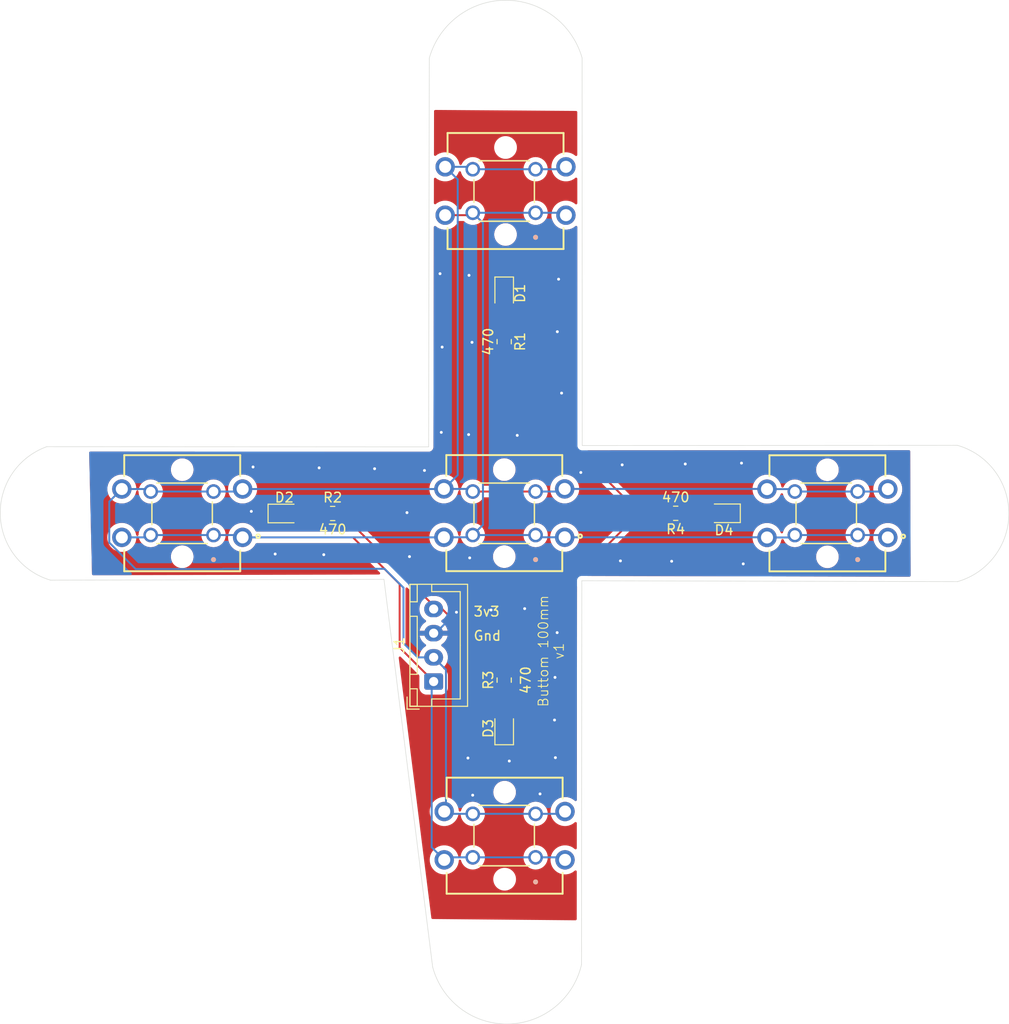
<source format=kicad_pcb>
(kicad_pcb (version 20240108) (generator "pcbnew") (generator_version "8.0")
  (layers (0 "F.Cu" signal) (31 "B.Cu" signal) (34 "B.Paste" user) (35 "F.Paste" user) (36 "B.SilkS" user "B.Silkscreen") (37 "F.SilkS" user "F.Silkscreen") (38 "B.Mask" user) (39 "F.Mask" user) (44 "Edge.Cuts" user))
  (net 0 "")
  (net 1 "Net-(D1-A)")
  (net 2 "GND")
  (net 3 "Net-(D2-A)")
  (net 4 "Net-(D3-A)")
  (net 5 "Net-(D4-A)")
  (net 6 "BTN_1")
  (net 7 "+3.3V")
  (net 8 "BTN_2")
  (footprint "Footprints:SW_B3F-1050_OMR" (layer "F.Cu") (at 116.67 100 180)
    (property "Reference" "SW3" (hide yes))
    (property "Value" "B3F-1050" (hide yes))
    (fp_circle (center 0 -2.54) (end 0.127 -2.54) (stroke (width 0.254)) (fill none) (layer "B.SilkS"))
    (fp_line (start 6.377003 3.420245) (end 6.377003 1.079756) (stroke (width 0.1524)) (layer "F.SilkS"))
    (fp_line (start 5.85823 -0.877001) (end 0.641772 -0.877001) (stroke (width 0.1524)) (layer "F.SilkS"))
    (fp_line (start 0.641772 5.377002) (end 5.85823 5.377002) (stroke (width 0.1524)) (layer "F.SilkS"))
    (fp_line (start 0.122999 1.079756) (end 0.122999 3.420245) (stroke (width 0.1524)) (layer "F.SilkS"))
    (fp_circle (center 0 -2.54) (end 0.127 -2.54) (stroke (width 0.254)) (fill none) (layer "F.SilkS"))
    (pad "1" thru_hole circle (at 0 0 180) (size 1.507998 1.507998) (drill 0.999998) (layers "*.Cu" "*.Mask") (net 6 "BTN_1"))
    (pad "2" thru_hole circle (at 6.500002 0 180) (size 1.507998 1.507998) (drill 0.999998) (layers "*.Cu" "*.Mask") (net 6 "BTN_1"))
    (pad "3" thru_hole circle (at 0 4.500001 180) (size 1.507998 1.507998) (drill 0.999998) (layers "*.Cu" "*.Mask") (net 8 "BTN_2"))
    (pad "4" thru_hole circle (at 6.500002 4.500001 180) (size 1.507998 1.507998) (drill 0.999998) (layers "*.Cu" "*.Mask") (net 8 "BTN_2"))
  )
  (footprint "Resistor_SMD:R_0805_2012Metric" (layer "F.Cu") (at 129 97.77)
    (property "Reference" "R2" (at 0 -1.65 0) (layer "F.SilkS"))
    (property "Value" "470" (at 0 1.65 0) (layer "F.SilkS"))
    (fp_line (start -0.227064 -0.735) (end 0.227064 -0.735) (stroke (width 0.12)) (layer "F.SilkS"))
    (fp_line (start -0.227064 0.735) (end 0.227064 0.735) (stroke (width 0.12)) (layer "F.SilkS"))
    (pad "1" smd roundrect (at -0.9125 0) (size 1.025 1.4) (layers "F.Cu" "F.Paste" "F.Mask") (roundrect_rratio 0.243902) (net 3 "Net-(D2-A)"))
    (pad "2" smd roundrect (at 0.9125 0) (size 1.025 1.4) (layers "F.Cu" "F.Paste" "F.Mask") (roundrect_rratio 0.243902) (net 7 "+3.3V"))
  )
  (footprint "LED_SMD:LED_0805_2012Metric" (layer "F.Cu") (at 169.5 97.75 180)
    (property "Reference" "D4" (at 0 -1.75 0) (layer "F.SilkS"))
    (property "Value" "LED_Small" (hide yes))
    (fp_line (start 1 -0.96) (end -1.685 -0.96) (stroke (width 0.12)) (layer "F.SilkS"))
    (fp_line (start -1.685 0.96) (end 1 0.96) (stroke (width 0.12)) (layer "F.SilkS"))
    (fp_line (start -1.685 -0.96) (end -1.685 0.96) (stroke (width 0.12)) (layer "F.SilkS"))
    (pad "1" smd roundrect (at -0.9375 0 180) (size 0.975 1.4) (layers "F.Cu" "F.Paste" "F.Mask") (net 2 "GND"))
    (pad "2" smd roundrect (at 0.9375 0 180) (size 0.975 1.4) (layers "F.Cu" "F.Paste" "F.Mask") (net 5 "Net-(D4-A)"))
  )
  (footprint "Footprints:SW_B3F-1050_OMR" (layer "F.Cu") (at 150 133.33 180)
    (property "Reference" "SW4" (hide yes))
    (property "Value" "B3F-1050" (hide yes))
    (fp_circle (center 0 -2.54) (end 0.127 -2.54) (stroke (width 0.254)) (fill none) (layer "B.SilkS"))
    (fp_line (start 6.377003 3.420245) (end 6.377003 1.079756) (stroke (width 0.1524)) (layer "F.SilkS"))
    (fp_line (start 5.85823 -0.877001) (end 0.641772 -0.877001) (stroke (width 0.1524)) (layer "F.SilkS"))
    (fp_line (start 0.641772 5.377002) (end 5.85823 5.377002) (stroke (width 0.1524)) (layer "F.SilkS"))
    (fp_line (start 0.122999 1.079756) (end 0.122999 3.420245) (stroke (width 0.1524)) (layer "F.SilkS"))
    (fp_circle (center 0 -2.54) (end 0.127 -2.54) (stroke (width 0.254)) (fill none) (layer "F.SilkS"))
    (pad "1" thru_hole circle (at 0 0 180) (size 1.507998 1.507998) (drill 0.999998) (layers "*.Cu" "*.Mask") (net 6 "BTN_1"))
    (pad "2" thru_hole circle (at 6.500002 0 180) (size 1.507998 1.507998) (drill 0.999998) (layers "*.Cu" "*.Mask") (net 6 "BTN_1"))
    (pad "3" thru_hole circle (at 0 4.500001 180) (size 1.507998 1.507998) (drill 0.999998) (layers "*.Cu" "*.Mask") (net 8 "BTN_2"))
    (pad "4" thru_hole circle (at 6.500002 4.500001 180) (size 1.507998 1.507998) (drill 0.999998) (layers "*.Cu" "*.Mask") (net 8 "BTN_2"))
  )
  (footprint "Footprints:SW_B3F-1050_OMR" (layer "F.Cu") (at 150 100 180)
    (property "Reference" "SW1" (hide yes))
    (property "Value" "B3F-1050" (hide yes))
    (fp_circle (center 0 -2.54) (end 0.127 -2.54) (stroke (width 0.254)) (fill none) (layer "B.SilkS"))
    (fp_line (start 6.377003 3.420245) (end 6.377003 1.079756) (stroke (width 0.1524)) (layer "F.SilkS"))
    (fp_line (start 5.85823 -0.877001) (end 0.641772 -0.877001) (stroke (width 0.1524)) (layer "F.SilkS"))
    (fp_line (start 0.641772 5.377002) (end 5.85823 5.377002) (stroke (width 0.1524)) (layer "F.SilkS"))
    (fp_line (start 0.122999 1.079756) (end 0.122999 3.420245) (stroke (width 0.1524)) (layer "F.SilkS"))
    (fp_circle (center 0 -2.54) (end 0.127 -2.54) (stroke (width 0.254)) (fill none) (layer "F.SilkS"))
    (pad "1" thru_hole circle (at 0 0 180) (size 1.507998 1.507998) (drill 0.999998) (layers "*.Cu" "*.Mask") (net 6 "BTN_1"))
    (pad "2" thru_hole circle (at 6.500002 0 180) (size 1.507998 1.507998) (drill 0.999998) (layers "*.Cu" "*.Mask") (net 6 "BTN_1"))
    (pad "3" thru_hole circle (at 0 4.500001 180) (size 1.507998 1.507998) (drill 0.999998) (layers "*.Cu" "*.Mask") (net 8 "BTN_2"))
    (pad "4" thru_hole circle (at 6.500002 4.500001 180) (size 1.507998 1.507998) (drill 0.999998) (layers "*.Cu" "*.Mask") (net 8 "BTN_2"))
  )
  (footprint "LED_SMD:LED_0805_2012Metric" (layer "F.Cu") (at 124 97.77)
    (property "Reference" "D2" (at 0 -1.65 0) (layer "F.SilkS"))
    (property "Value" "LED_Small" (hide yes))
    (fp_line (start -1.685 -0.96) (end -1.685 0.96) (stroke (width 0.12)) (layer "F.SilkS"))
    (fp_line (start -1.685 0.96) (end 1 0.96) (stroke (width 0.12)) (layer "F.SilkS"))
    (fp_line (start 1 -0.96) (end -1.685 -0.96) (stroke (width 0.12)) (layer "F.SilkS"))
    (pad "1" smd roundrect (at -0.9375 0) (size 0.975 1.4) (layers "F.Cu" "F.Paste" "F.Mask") (net 2 "GND"))
    (pad "2" smd roundrect (at 0.9375 0) (size 0.975 1.4) (layers "F.Cu" "F.Paste" "F.Mask") (net 3 "Net-(D2-A)"))
  )
  (footprint "Footprints:B3F-4055" (layer "F.Cu") (at 146.7965 131.09)
    (property "Reference" "S4" (hide yes))
    (property "Value" "B3F-5050" (hide yes))
    (fp_line (start -6 -6) (end -6 -3.849) (stroke (width 0.2)) (layer "F.SilkS"))
    (fp_line (start -6 -6) (end 6 -6) (stroke (width 0.2)) (layer "F.SilkS"))
    (fp_line (start -6 6) (end -6 3.849) (stroke (width 0.2)) (layer "F.SilkS"))
    (fp_line (start 6 -6) (end 6 -3.849) (stroke (width 0.2)) (layer "F.SilkS"))
    (fp_line (start 6 6) (end -6 6) (stroke (width 0.2)) (layer "F.SilkS"))
    (fp_line (start 6 6) (end 6 3.849) (stroke (width 0.2)) (layer "F.SilkS"))
    (pad "" np_thru_hole circle (at 0 -4.5) (size 1.85 1.85) (drill 1.85) (layers "*.Cu" "*.Mask"))
    (pad "" np_thru_hole circle (at 0 4.5) (size 1.85 1.85) (drill 1.85) (layers "*.Cu" "*.Mask"))
    (pad "1" thru_hole circle (at 6.25 2.5) (size 2 2) (drill 1.25) (layers "*.Cu" "*.Mask") (net 6 "BTN_1"))
    (pad "2" thru_hole circle (at -6.25 2.5) (size 2 2) (drill 1.25) (layers "*.Cu" "*.Mask") (net 6 "BTN_1"))
    (pad "3" thru_hole circle (at 6.25 -2.5) (size 2 2) (drill 1.25) (layers "*.Cu" "*.Mask") (net 8 "BTN_2"))
    (pad "4" thru_hole circle (at -6.25 -2.5) (size 2 2) (drill 1.25) (layers "*.Cu" "*.Mask") (net 8 "BTN_2"))
  )
  (footprint "Resistor_SMD:R_0805_2012Metric" (layer "F.Cu") (at 146.75 115 90)
    (property "Reference" "R3" (at 0 -1.65 90) (layer "F.SilkS"))
    (property "Value" "470" (at 0 2.23 90) (layer "F.SilkS"))
    (fp_line (start -0.227064 -0.735) (end 0.227064 -0.735) (stroke (width 0.12)) (layer "F.SilkS"))
    (fp_line (start -0.227064 0.735) (end 0.227064 0.735) (stroke (width 0.12)) (layer "F.SilkS"))
    (pad "1" smd roundrect (at -0.9125 0 90) (size 1.025 1.4) (layers "F.Cu" "F.Paste" "F.Mask") (roundrect_rratio 0.243902) (net 4 "Net-(D3-A)"))
    (pad "2" smd roundrect (at 0.9125 0 90) (size 1.025 1.4) (layers "F.Cu" "F.Paste" "F.Mask") (roundrect_rratio 0.243902) (net 7 "+3.3V"))
  )
  (footprint "Footprints:SW_B3F-1050_OMR" (layer "F.Cu") (at 183.33 100 180)
    (property "Reference" "SW5" (hide yes))
    (property "Value" "B3F-1050" (hide yes))
    (fp_circle (center 0 -2.54) (end 0.127 -2.54) (stroke (width 0.254)) (fill none) (layer "B.SilkS"))
    (fp_line (start 6.377003 3.420245) (end 6.377003 1.079756) (stroke (width 0.1524)) (layer "F.SilkS"))
    (fp_line (start 5.85823 -0.877001) (end 0.641772 -0.877001) (stroke (width 0.1524)) (layer "F.SilkS"))
    (fp_line (start 0.641772 5.377002) (end 5.85823 5.377002) (stroke (width 0.1524)) (layer "F.SilkS"))
    (fp_line (start 0.122999 1.079756) (end 0.122999 3.420245) (stroke (width 0.1524)) (layer "F.SilkS"))
    (fp_circle (center 0 -2.54) (end 0.127 -2.54) (stroke (width 0.254)) (fill none) (layer "F.SilkS"))
    (pad "1" thru_hole circle (at 0 0 180) (size 1.507998 1.507998) (drill 0.999998) (layers "*.Cu" "*.Mask") (net 6 "BTN_1"))
    (pad "2" thru_hole circle (at 6.500002 0 180) (size 1.507998 1.507998) (drill 0.999998) (layers "*.Cu" "*.Mask") (net 6 "BTN_1"))
    (pad "3" thru_hole circle (at 0 4.500001 180) (size 1.507998 1.507998) (drill 0.999998) (layers "*.Cu" "*.Mask") (net 8 "BTN_2"))
    (pad "4" thru_hole circle (at 6.500002 4.500001 180) (size 1.507998 1.507998) (drill 0.999998) (layers "*.Cu" "*.Mask") (net 8 "BTN_2"))
  )
  (footprint "MountingHole:MountingHole_2.7mm_M2.5" (layer "F.Cu") (at 99.75 97.74)
    (property "Reference" "H2" (hide yes))
    (property "Value" "MountingHole" (hide yes))
    (pad "" np_thru_hole circle (at 0 0) (size 2.7 2.7) (drill 2.7) (layers "*.Cu" "*.Mask"))
  )
  (footprint "MountingHole:MountingHole_2.7mm_M2.5" (layer "F.Cu") (at 193.75 97.74)
    (property "Reference" "H4" (hide yes))
    (property "Value" "MountingHole" (hide yes))
    (pad "" np_thru_hole circle (at 0 0) (size 2.7 2.7) (drill 2.7) (layers "*.Cu" "*.Mask"))
  )
  (footprint "Footprints:B3F-4055" (layer "F.Cu") (at 180.2 97.75)
    (property "Reference" "S5" (hide yes))
    (property "Value" "B3F-5050" (hide yes))
    (fp_line (start -6 -6) (end -6 -3.849) (stroke (width 0.2)) (layer "F.SilkS"))
    (fp_line (start -6 -6) (end 6 -6) (stroke (width 0.2)) (layer "F.SilkS"))
    (fp_line (start -6 6) (end -6 3.849) (stroke (width 0.2)) (layer "F.SilkS"))
    (fp_line (start 6 -6) (end 6 -3.849) (stroke (width 0.2)) (layer "F.SilkS"))
    (fp_line (start 6 6) (end -6 6) (stroke (width 0.2)) (layer "F.SilkS"))
    (fp_line (start 6 6) (end 6 3.849) (stroke (width 0.2)) (layer "F.SilkS"))
    (fp_circle (center 7.855 2.384) (end 7.855 2.466) (stroke (width 0.2)) (fill none) (layer "F.SilkS"))
    (pad "" np_thru_hole circle (at 0 -4.5) (size 1.85 1.85) (drill 1.85) (layers "*.Cu" "*.Mask"))
    (pad "" np_thru_hole circle (at 0 4.5) (size 1.85 1.85) (drill 1.85) (layers "*.Cu" "*.Mask"))
    (pad "1" thru_hole circle (at 6.25 2.5) (size 2 2) (drill 1.25) (layers "*.Cu" "*.Mask") (net 6 "BTN_1"))
    (pad "2" thru_hole circle (at -6.25 2.5) (size 2 2) (drill 1.25) (layers "*.Cu" "*.Mask") (net 6 "BTN_1"))
    (pad "3" thru_hole circle (at 6.25 -2.5) (size 2 2) (drill 1.25) (layers "*.Cu" "*.Mask") (net 8 "BTN_2"))
    (pad "4" thru_hole circle (at -6.25 -2.5) (size 2 2) (drill 1.25) (layers "*.Cu" "*.Mask") (net 8 "BTN_2"))
  )
  (footprint "Resistor_SMD:R_0805_2012Metric" (layer "F.Cu") (at 146.75 80 -90)
    (property "Reference" "R1" (at 0 -1.65 90) (layer "F.SilkS"))
    (property "Value" "470" (at 0 1.65 90) (layer "F.SilkS"))
    (fp_line (start -0.227064 0.735) (end 0.227064 0.735) (stroke (width 0.12)) (layer "F.SilkS"))
    (fp_line (start -0.227064 -0.735) (end 0.227064 -0.735) (stroke (width 0.12)) (layer "F.SilkS"))
    (pad "1" smd roundrect (at -0.9125 0 270) (size 1.025 1.4) (layers "F.Cu" "F.Paste" "F.Mask") (roundrect_rratio 0.243902) (net 1 "Net-(D1-A)"))
    (pad "2" smd roundrect (at 0.9125 0 270) (size 1.025 1.4) (layers "F.Cu" "F.Paste" "F.Mask") (roundrect_rratio 0.243902) (net 7 "+3.3V"))
  )
  (footprint "LED_SMD:LED_0805_2012Metric" (layer "F.Cu") (at 146.75 120 90)
    (property "Reference" "D3" (at 0 -1.65 90) (layer "F.SilkS"))
    (property "Value" "LED_Small" (hide yes))
    (fp_line (start 1 -0.96) (end -1.685 -0.96) (stroke (width 0.12)) (layer "F.SilkS"))
    (fp_line (start -1.685 -0.96) (end -1.685 0.96) (stroke (width 0.12)) (layer "F.SilkS"))
    (fp_line (start -1.685 0.96) (end 1 0.96) (stroke (width 0.12)) (layer "F.SilkS"))
    (pad "1" smd roundrect (at -0.9375 0 90) (size 0.975 1.4) (layers "F.Cu" "F.Paste" "F.Mask") (net 2 "GND"))
    (pad "2" smd roundrect (at 0.9375 0 90) (size 0.975 1.4) (layers "F.Cu" "F.Paste" "F.Mask") (net 4 "Net-(D3-A)"))
  )
  (footprint "Resistor_SMD:R_0805_2012Metric" (layer "F.Cu") (at 164.5 97.75 180)
    (property "Reference" "R4" (at 0 -1.65 0) (layer "F.SilkS"))
    (property "Value" "470" (at 0 1.65 0) (layer "F.SilkS"))
    (fp_line (start -0.227064 0.735) (end 0.227064 0.735) (stroke (width 0.12)) (layer "F.SilkS"))
    (fp_line (start -0.227064 -0.735) (end 0.227064 -0.735) (stroke (width 0.12)) (layer "F.SilkS"))
    (pad "1" smd roundrect (at -0.9125 0 180) (size 1.025 1.4) (layers "F.Cu" "F.Paste" "F.Mask") (roundrect_rratio 0.243902) (net 5 "Net-(D4-A)"))
    (pad "2" smd roundrect (at 0.9125 0 180) (size 1.025 1.4) (layers "F.Cu" "F.Paste" "F.Mask") (roundrect_rratio 0.243902) (net 7 "+3.3V"))
  )
  (footprint "MountingHole:MountingHole_2.7mm_M2.5" (layer "F.Cu") (at 146.76 144.75)
    (property "Reference" "H3" (hide yes))
    (property "Value" "MountingHole" (hide yes))
    (pad "" np_thru_hole circle (at 0 0) (size 2.7 2.7) (drill 2.7) (layers "*.Cu" "*.Mask"))
  )
  (footprint "Footprints:B3F-4055" (layer "F.Cu") (at 113.43 97.74)
    (property "Reference" "S3" (hide yes))
    (property "Value" "B3F-5050" (hide yes))
    (fp_line (start -6 -6) (end -6 -3.849) (stroke (width 0.2)) (layer "F.SilkS"))
    (fp_line (start -6 -6) (end 6 -6) (stroke (width 0.2)) (layer "F.SilkS"))
    (fp_line (start -6 6) (end -6 3.849) (stroke (width 0.2)) (layer "F.SilkS"))
    (fp_line (start 6 -6) (end 6 -3.849) (stroke (width 0.2)) (layer "F.SilkS"))
    (fp_line (start 6 6) (end -6 6) (stroke (width 0.2)) (layer "F.SilkS"))
    (fp_line (start 6 6) (end 6 3.849) (stroke (width 0.2)) (layer "F.SilkS"))
    (fp_circle (center 7.855 2.384) (end 7.855 2.466) (stroke (width 0.2)) (fill none) (layer "F.SilkS"))
    (pad "" np_thru_hole circle (at 0 -4.5) (size 1.85 1.85) (drill 1.85) (layers "*.Cu" "*.Mask"))
    (pad "" np_thru_hole circle (at 0 4.5) (size 1.85 1.85) (drill 1.85) (layers "*.Cu" "*.Mask"))
    (pad "1" thru_hole circle (at 6.25 2.5) (size 2 2) (drill 1.25) (layers "*.Cu" "*.Mask") (net 6 "BTN_1"))
    (pad "2" thru_hole circle (at -6.25 2.5) (size 2 2) (drill 1.25) (layers "*.Cu" "*.Mask") (net 6 "BTN_1"))
    (pad "3" thru_hole circle (at 6.25 -2.5) (size 2 2) (drill 1.25) (layers "*.Cu" "*.Mask") (net 8 "BTN_2"))
    (pad "4" thru_hole circle (at -6.25 -2.5) (size 2 2) (drill 1.25) (layers "*.Cu" "*.Mask") (net 8 "BTN_2"))
  )
  (footprint "Footprints:SW_B3F-1050_OMR" (layer "F.Cu") (at 150 66.67 180)
    (property "Reference" "SW2" (hide yes))
    (property "Value" "B3F-1050" (hide yes))
    (fp_circle (center 0 -2.54) (end 0.127 -2.54) (stroke (width 0.254)) (fill none) (layer "B.SilkS"))
    (fp_line (start 6.377003 3.420245) (end 6.377003 1.079756) (stroke (width 0.1524)) (layer "F.SilkS"))
    (fp_line (start 5.85823 -0.877001) (end 0.641772 -0.877001) (stroke (width 0.1524)) (layer "F.SilkS"))
    (fp_line (start 0.641772 5.377002) (end 5.85823 5.377002) (stroke (width 0.1524)) (layer "F.SilkS"))
    (fp_line (start 0.122999 1.079756) (end 0.122999 3.420245) (stroke (width 0.1524)) (layer "F.SilkS"))
    (fp_circle (center 0 -2.54) (end 0.127 -2.54) (stroke (width 0.254)) (fill none) (layer "F.SilkS"))
    (pad "1" thru_hole circle (at 0 0 180) (size 1.507998 1.507998) (drill 0.999998) (layers "*.Cu" "*.Mask") (net 6 "BTN_1"))
    (pad "2" thru_hole circle (at 6.500002 0 180) (size 1.507998 1.507998) (drill 0.999998) (layers "*.Cu" "*.Mask") (net 6 "BTN_1"))
    (pad "3" thru_hole circle (at 0 4.500001 180) (size 1.507998 1.507998) (drill 0.999998) (layers "*.Cu" "*.Mask") (net 8 "BTN_2"))
    (pad "4" thru_hole circle (at 6.500002 4.500001 180) (size 1.507998 1.507998) (drill 0.999998) (layers "*.Cu" "*.Mask") (net 8 "BTN_2"))
  )
  (footprint "Connector_JST:JST_XH_B4B-XH-A_1x04_P2.50mm_Vertical" (layer "F.Cu") (at 139.45 115.15 90)
    (property "Reference" "J1" (at 3.75 -3.55 90) (layer "F.SilkS"))
    (property "Value" "Conn_01x04_Pin" (hide yes))
    (fp_line (start -1.6 -2.75) (end -2.85 -2.75) (stroke (width 0.12)) (layer "F.SilkS"))
    (fp_line (start -2.85 -2.75) (end -2.85 -1.5) (stroke (width 0.12)) (layer "F.SilkS"))
    (fp_line (start 10.06 -2.46) (end -2.56 -2.46) (stroke (width 0.12)) (layer "F.SilkS"))
    (fp_line (start -2.56 -2.46) (end -2.56 3.51) (stroke (width 0.12)) (layer "F.SilkS"))
    (fp_line (start 10.05 -2.45) (end 8.25 -2.45) (stroke (width 0.12)) (layer "F.SilkS"))
    (fp_line (start 8.25 -2.45) (end 8.25 -1.7) (stroke (width 0.12)) (layer "F.SilkS"))
    (fp_line (start 6.75 -2.45) (end 0.75 -2.45) (stroke (width 0.12)) (layer "F.SilkS"))
    (fp_line (start 0.75 -2.45) (end 0.75 -1.7) (stroke (width 0.12)) (layer "F.SilkS"))
    (fp_line (start -0.75 -2.45) (end -2.55 -2.45) (stroke (width 0.12)) (layer "F.SilkS"))
    (fp_line (start -2.55 -2.45) (end -2.55 -1.7) (stroke (width 0.12)) (layer "F.SilkS"))
    (fp_line (start 10.05 -1.7) (end 10.05 -2.45) (stroke (width 0.12)) (layer "F.SilkS"))
    (fp_line (start 8.25 -1.7) (end 10.05 -1.7) (stroke (width 0.12)) (layer "F.SilkS"))
    (fp_line (start 6.75 -1.7) (end 6.75 -2.45) (stroke (width 0.12)) (layer "F.SilkS"))
    (fp_line (start 0.75 -1.7) (end 6.75 -1.7) (stroke (width 0.12)) (layer "F.SilkS"))
    (fp_line (start -0.75 -1.7) (end -0.75 -2.45) (stroke (width 0.12)) (layer "F.SilkS"))
    (fp_line (start -2.55 -1.7) (end -0.75 -1.7) (stroke (width 0.12)) (layer "F.SilkS"))
    (fp_line (start 10.05 -0.2) (end 9.3 -0.2) (stroke (width 0.12)) (layer "F.SilkS"))
    (fp_line (start 9.3 -0.2) (end 9.3 2.75) (stroke (width 0.12)) (layer "F.SilkS"))
    (fp_line (start -1.8 -0.2) (end -1.8 2.75) (stroke (width 0.12)) (layer "F.SilkS"))
    (fp_line (start -2.55 -0.2) (end -1.8 -0.2) (stroke (width 0.12)) (layer "F.SilkS"))
    (fp_line (start 9.3 2.75) (end 3.75 2.75) (stroke (width 0.12)) (layer "F.SilkS"))
    (fp_line (start -1.8 2.75) (end 3.75 2.75) (stroke (width 0.12)) (layer "F.SilkS"))
    (fp_line (start 10.06 3.51) (end 10.06 -2.46) (stroke (width 0.12)) (layer "F.SilkS"))
    (fp_line (start -2.56 3.51) (end 10.06 3.51) (stroke (width 0.12)) (layer "F.SilkS"))
    (pad "1" thru_hole roundrect (at 0 0 90) (size 1.7 1.95) (drill 0.95) (layers "*.Cu" "*.Mask") (roundrect_rratio 0.147059) (net 6 "BTN_1"))
    (pad "2" thru_hole oval (at 2.5 0 90) (size 1.7 1.95) (drill 0.95) (layers "*.Cu" "*.Mask") (net 8 "BTN_2"))
    (pad "3" thru_hole oval (at 5 0 90) (size 1.7 1.95) (drill 0.95) (layers "*.Cu" "*.Mask") (net 2 "GND"))
    (pad "4" thru_hole oval (at 7.5 0 90) (size 1.7 1.95) (drill 0.95) (layers "*.Cu" "*.Mask") (net 7 "+3.3V"))
  )
  (footprint "Footprints:B3F-4055" (layer "F.Cu") (at 146.76 97.73)
    (property "Reference" "S1" (hide yes))
    (property "Value" "B3F-5050" (hide yes))
    (fp_line (start -6 -6) (end -6 -3.849) (stroke (width 0.2)) (layer "F.SilkS"))
    (fp_line (start -6 -6) (end 6 -6) (stroke (width 0.2)) (layer "F.SilkS"))
    (fp_line (start -6 6) (end -6 3.849) (stroke (width 0.2)) (layer "F.SilkS"))
    (fp_line (start 6 -6) (end 6 -3.849) (stroke (width 0.2)) (layer "F.SilkS"))
    (fp_line (start 6 6) (end -6 6) (stroke (width 0.2)) (layer "F.SilkS"))
    (fp_line (start 6 6) (end 6 3.849) (stroke (width 0.2)) (layer "F.SilkS"))
    (fp_circle (center 7.855 2.384) (end 7.855 2.466) (stroke (width 0.2)) (fill none) (layer "F.SilkS"))
    (pad "" np_thru_hole circle (at 0 -4.5) (size 1.85 1.85) (drill 1.85) (layers "*.Cu" "*.Mask"))
    (pad "" np_thru_hole circle (at 0 4.5) (size 1.85 1.85) (drill 1.85) (layers "*.Cu" "*.Mask"))
    (pad "1" thru_hole circle (at 6.25 2.5) (size 2 2) (drill 1.25) (layers "*.Cu" "*.Mask") (net 6 "BTN_1"))
    (pad "2" thru_hole circle (at -6.25 2.5) (size 2 2) (drill 1.25) (layers "*.Cu" "*.Mask") (net 6 "BTN_1"))
    (pad "3" thru_hole circle (at 6.25 -2.5) (size 2 2) (drill 1.25) (layers "*.Cu" "*.Mask") (net 8 "BTN_2"))
    (pad "4" thru_hole circle (at -6.25 -2.5) (size 2 2) (drill 1.25) (layers "*.Cu" "*.Mask") (net 8 "BTN_2"))
  )
  (footprint "LED_SMD:LED_0805_2012Metric" (layer "F.Cu") (at 146.75 75 -90)
    (property "Reference" "D1" (at 0 -1.65 90) (layer "F.SilkS"))
    (property "Value" "LED_Small" (hide yes))
    (fp_line (start -1.685 0.96) (end 1 0.96) (stroke (width 0.12)) (layer "F.SilkS"))
    (fp_line (start -1.685 -0.96) (end -1.685 0.96) (stroke (width 0.12)) (layer "F.SilkS"))
    (fp_line (start 1 -0.96) (end -1.685 -0.96) (stroke (width 0.12)) (layer "F.SilkS"))
    (pad "1" smd roundrect (at -0.9375 0 270) (size 0.975 1.4) (layers "F.Cu" "F.Paste" "F.Mask") (net 2 "GND"))
    (pad "2" smd roundrect (at 0.9375 0 270) (size 0.975 1.4) (layers "F.Cu" "F.Paste" "F.Mask") (net 1 "Net-(D1-A)"))
  )
  (footprint "MountingHole:MountingHole_2.7mm_M2.5" (layer "F.Cu") (at 146.76 50.75)
    (property "Reference" "H1" (hide yes))
    (property "Value" "MountingHole" (hide yes))
    (pad "" np_thru_hole circle (at 0 0) (size 2.7 2.7) (drill 2.7) (layers "*.Cu" "*.Mask"))
  )
  (footprint "Footprints:B3F-4055" (layer "F.Cu") (at 146.89 64.42)
    (property "Reference" "S2" (hide yes))
    (property "Value" "B3F-5050" (hide yes))
    (fp_line (start -6 -6) (end -6 -3.849) (stroke (width 0.2)) (layer "F.SilkS"))
    (fp_line (start -6 -6) (end 6 -6) (stroke (width 0.2)) (layer "F.SilkS"))
    (fp_line (start -6 6) (end -6 3.849) (stroke (width 0.2)) (layer "F.SilkS"))
    (fp_line (start 6 -6) (end 6 -3.849) (stroke (width 0.2)) (layer "F.SilkS"))
    (fp_line (start 6 6) (end -6 6) (stroke (width 0.2)) (layer "F.SilkS"))
    (fp_line (start 6 6) (end 6 3.849) (stroke (width 0.2)) (layer "F.SilkS"))
    (pad "" np_thru_hole circle (at 0 -4.5) (size 1.85 1.85) (drill 1.85) (layers "*.Cu" "*.Mask"))
    (pad "" np_thru_hole circle (at 0 4.5) (size 1.85 1.85) (drill 1.85) (layers "*.Cu" "*.Mask"))
    (pad "1" thru_hole circle (at 6.25 2.5) (size 2 2) (drill 1.25) (layers "*.Cu" "*.Mask") (net 6 "BTN_1"))
    (pad "2" thru_hole circle (at -6.25 2.5) (size 2 2) (drill 1.25) (layers "*.Cu" "*.Mask") (net 6 "BTN_1"))
    (pad "3" thru_hole circle (at 6.25 -2.5) (size 2 2) (drill 1.25) (layers "*.Cu" "*.Mask") (net 8 "BTN_2"))
    (pad "4" thru_hole circle (at -6.25 -2.5) (size 2 2) (drill 1.25) (layers "*.Cu" "*.Mask") (net 8 "BTN_2"))
  )
  (gr_line (start 134.31 104.58) (end 139.345477 144.65932) (stroke (width 0.05)) (layer "Edge.Cuts"))
  (gr_line (start 154.83 90.74) (end 193.65 90.72) (stroke (width 0.05)) (layer "Edge.Cuts"))
  (gr_line (start 139 50.68) (end 138.93 90.88) (stroke (width 0.05)) (layer "Edge.Cuts"))
  (gr_arc (start 99.80483 104.665305) (mid 94.600644 97.902359) (end 99.419999 90.86) (stroke (width 0.05)) (layer "Edge.Cuts"))
  (gr_line (start 154.785 104.725) (end 193.660682 104.81696) (stroke (width 0.05)) (layer "Edge.Cuts"))
  (gr_arc (start 139 50.68) (mid 146.896948 44.691677) (end 154.812877 50.654886) (stroke (width 0.05)) (layer "Edge.Cuts"))
  (gr_arc (start 193.65 90.720001) (mid 198.978196 97.764447) (end 193.660682 104.81696) (stroke (width 0.05)) (layer "Edge.Cuts"))
  (gr_arc (start 154.755 144.415) (mid 147.145847 150.567293) (end 139.345477 144.65932) (stroke (width 0.05)) (layer "Edge.Cuts"))
  (gr_line (start 138.93 90.88) (end 99.419999 90.86) (stroke (width 0.05)) (layer "Edge.Cuts"))
  (gr_line (start 134.31 104.58) (end 99.80483 104.665305) (stroke (width 0.05)) (layer "Edge.Cuts"))
  (gr_line (start 154.812877 50.654886) (end 154.83 90.74) (stroke (width 0.05)) (layer "Edge.Cuts"))
  (gr_line (start 154.755 144.415) (end 154.785 104.725) (stroke (width 0.05)) (layer "Edge.Cuts"))
  (gr_text "3v3" (at 143.5 108.5 0) (layer "F.SilkS") (effects (font (size 1 1)) (justify left bottom)))
  (gr_text "Gnd" (at 143.5 111 0) (layer "F.SilkS") (effects (font (size 1 1)) (justify left bottom)))
  (gr_text "Buttom 100mm\nv1" (at 153 112 90) (layer "F.SilkS") (effects (font (size 1 1) (thickness 0.1)) (justify bottom)))
  (segment (start 146.75 75.9375) (end 146.75 79.0875) (width 0.2) (layer "F.Cu") (net 1))
  (via (at 143.11 73.14) (size 0.6) (drill 0.3) (layers "F.Cu" "B.Cu") (net 2))
  (via (at 152.38 73.54) (size 0.6) (drill 0.3) (layers "F.Cu" "B.Cu") (net 2))
  (via (at 143.07 89.61) (size 0.6) (drill 0.3) (layers "F.Cu" "B.Cu") (net 2))
  (via (at 127.6 93.05) (size 0.6) (drill 0.3) (layers "F.Cu" "B.Cu") (net 2))
  (via (at 140.24 89.38) (size 0.6) (drill 0.3) (layers "F.Cu" "B.Cu") (net 2))
  (via (at 145.39 107.75) (size 0.6) (drill 0.3) (layers "F.Cu" "B.Cu") (net 2))
  (via (at 171.49 102.98) (size 0.6) (drill 0.3) (layers "F.Cu" "B.Cu") (net 2))
  (via (at 148.1 89.69) (size 0.6) (drill 0.3) (layers "F.Cu" "B.Cu") (net 2))
  (via (at 158.78 102.67) (size 0.6) (drill 0.3) (layers "F.Cu" "B.Cu") (net 2))
  (via (at 140.33 80.56) (size 0.6) (drill 0.3) (layers "F.Cu" "B.Cu") (net 2))
  (via (at 136.69 97.68) (size 0.6) (drill 0.3) (layers "F.Cu" "B.Cu") (net 2))
  (via (at 148.87 107.61) (size 0.6) (drill 0.3) (layers "F.Cu" "B.Cu") (net 2))
  (via (at 152.01 114.72) (size 0.6) (drill 0.3) (layers "F.Cu" "B.Cu") (net 2))
  (via (at 143.42 80.07) (size 0.6) (drill 0.3) (layers "F.Cu" "B.Cu") (net 2))
  (via (at 158.96 92.74) (size 0.6) (drill 0.3) (layers "F.Cu" "B.Cu") (net 2))
  (via (at 154.68 93.53) (size 0.6) (drill 0.3) (layers "F.Cu" "B.Cu") (net 2))
  (via (at 152.25 78.97) (size 0.6) (drill 0.3) (layers "F.Cu" "B.Cu") (net 2))
  (via (at 150.46 126.77) (size 0.6) (drill 0.3) (layers "F.Cu" "B.Cu") (net 2))
  (via (at 152.69 85.32) (size 0.6) (drill 0.3) (layers "F.Cu" "B.Cu") (net 2))
  (via (at 171.31 92.56) (size 0.6) (drill 0.3) (layers "F.Cu" "B.Cu") (net 2))
  (via (at 138.5 93.32) (size 0.6) (drill 0.3) (layers "F.Cu" "B.Cu") (net 2))
  (via (at 128.08 102.03) (size 0.6) (drill 0.3) (layers "F.Cu" "B.Cu") (net 2))
  (via (at 151.96 119.13) (size 0.6) (drill 0.3) (layers "F.Cu" "B.Cu") (net 2))
  (via (at 123.05 101.96) (size 0.6) (drill 0.3) (layers "F.Cu" "B.Cu") (net 2))
  (via (at 140.11 72.97) (size 0.6) (drill 0.3) (layers "F.Cu" "B.Cu") (net 2))
  (via (at 141.81 107.98) (size 0.6) (drill 0.3) (layers "F.Cu" "B.Cu") (net 2))
  (via (at 152.23 110.09) (size 0.6) (drill 0.3) (layers "F.Cu" "B.Cu") (net 2))
  (via (at 143 123.06) (size 0.6) (drill 0.3) (layers "F.Cu" "B.Cu") (net 2))
  (via (at 165.49 92.65) (size 0.6) (drill 0.3) (layers "F.Cu" "B.Cu") (net 2))
  (via (at 143.18 102.36) (size 0.6) (drill 0.3) (layers "F.Cu" "B.Cu") (net 2))
  (via (at 120.76 92.96) (size 0.6) (drill 0.3) (layers "F.Cu" "B.Cu") (net 2))
  (via (at 136.95 102.23) (size 0.6) (drill 0.3) (layers "F.Cu" "B.Cu") (net 2))
  (via (at 143.49 126.9) (size 0.6) (drill 0.3) (layers "F.Cu" "B.Cu") (net 2))
  (via (at 120.58 97.55) (size 0.6) (drill 0.3) (layers "F.Cu" "B.Cu") (net 2))
  (via (at 133.34 93.14) (size 0.6) (drill 0.3) (layers "F.Cu" "B.Cu") (net 2))
  (via (at 147.28 123.37) (size 0.6) (drill 0.3) (layers "F.Cu" "B.Cu") (net 2))
  (via (at 152.05 123.02) (size 0.6) (drill 0.3) (layers "F.Cu" "B.Cu") (net 2))
  (via (at 164.08 102.71) (size 0.6) (drill 0.3) (layers "F.Cu" "B.Cu") (net 2))
  (segment (start 139.45 110.15) (end 139.64 110.15) (width 0.2) (layer "B.Cu") (net 2))
  (segment (start 139.64 110.15) (end 141.81 107.98) (width 0.2) (layer "B.Cu") (net 2))
  (segment (start 124.9375 97.77) (end 128.0875 97.77) (width 0.2) (layer "F.Cu") (net 3))
  (segment (start 146.75 119.0625) (end 146.75 115.9125) (width 0.2) (layer "F.Cu") (net 4))
  (segment (start 168.5625 97.75) (end 165.4125 97.75) (width 0.2) (layer "F.Cu") (net 5))
  (segment (start 135.93 111.63) (end 135.93 105.07) (width 0.2) (layer "F.Cu") (net 6))
  (segment (start 135.93 105.07) (end 131.1 100.24) (width 0.2) (layer "F.Cu") (net 6))
  (segment (start 140.64 66.92) (end 143.249998 66.92) (width 0.2) (layer "F.Cu") (net 6))
  (segment (start 139.45 115.15) (end 135.93 111.63) (width 0.2) (layer "F.Cu") (net 6))
  (segment (start 131.1 100.24) (end 119.68 100.24) (width 0.2) (layer "F.Cu") (net 6))
  (segment (start 143.249998 66.92) (end 143.499998 66.67) (width 0.2) (layer "F.Cu") (net 6))
  (segment (start 150 133.33) (end 152.7865 133.33) (width 0.2) (layer "B.Cu") (net 6))
  (segment (start 139.2465 115.3535) (end 139.2465 132.29) (width 0.2) (layer "B.Cu") (net 6))
  (segment (start 144.553997 98.946001) (end 144.553997 67.723999) (width 0.2) (layer "B.Cu") (net 6))
  (segment (start 139.45 115.15) (end 139.2465 115.3535) (width 0.2) (layer "B.Cu") (net 6))
  (segment (start 152.7865 133.33) (end 153.0465 133.59) (width 0.2) (layer "B.Cu") (net 6))
  (segment (start 110.169998 100) (end 116.67 100) (width 0.2) (layer "B.Cu") (net 6))
  (segment (start 143.269998 100.23) (end 143.499998 100) (width 0.2) (layer "B.Cu") (net 6))
  (segment (start 140.5 100.24) (end 140.51 100.23) (width 0.2) (layer "B.Cu") (net 6))
  (segment (start 183.33 100) (end 186.2 100) (width 0.2) (layer "B.Cu") (net 6))
  (segment (start 116.67 100) (end 119.44 100) (width 0.2) (layer "B.Cu") (net 6))
  (segment (start 150 100) (end 150.01 100) (width 0.2) (layer "B.Cu") (net 6))
  (segment (start 152.89 66.67) (end 153.14 66.92) (width 0.2) (layer "B.Cu") (net 6))
  (segment (start 150.01 100) (end 150.24 100.23) (width 0.2) (layer "B.Cu") (net 6))
  (segment (start 119.44 100) (end 119.68 100.24) (width 0.2) (layer "B.Cu") (net 6))
  (segment (start 150.24 100.23) (end 153.01 100.23) (width 0.2) (layer "B.Cu") (net 6))
  (segment (start 140.8065 133.33) (end 140.5465 133.59) (width 0.2) (layer "B.Cu") (net 6))
  (segment (start 107.18 100.24) (end 109.929998 100.24) (width 0.2) (layer "B.Cu") (net 6))
  (segment (start 150 66.67) (end 152.89 66.67) (width 0.2) (layer "B.Cu") (net 6))
  (segment (start 143.499998 133.33) (end 140.8065 133.33) (width 0.2) (layer "B.Cu") (net 6))
  (segment (start 176.579998 100.25) (end 176.829998 100) (width 0.2) (layer "B.Cu") (net 6))
  (segment (start 176.829998 100) (end 183.33 100) (width 0.2) (layer "B.Cu") (net 6))
  (segment (start 109.929998 100.24) (end 110.169998 100) (width 0.2) (layer "B.Cu") (net 6))
  (segment (start 143.499998 100) (end 150 100) (width 0.2) (layer "B.Cu") (net 6))
  (segment (start 143.499998 66.67) (end 150 66.67) (width 0.2) (layer "B.Cu") (net 6))
  (segment (start 139.2465 132.29) (end 140.5465 133.59) (width 0.2) (layer "B.Cu") (net 6))
  (segment (start 144.553997 67.723999) (end 143.499998 66.67) (width 0.2) (layer "B.Cu") (net 6))
  (segment (start 119.68 100.24) (end 140.5 100.24) (width 0.2) (layer "B.Cu") (net 6))
  (segment (start 173.95 100.25) (end 176.579998 100.25) (width 0.2) (layer "B.Cu") (net 6))
  (segment (start 143.499998 100) (end 144.553997 98.946001) (width 0.2) (layer "B.Cu") (net 6))
  (segment (start 143.499998 133.33) (end 150 133.33) (width 0.2) (layer "B.Cu") (net 6))
  (segment (start 173.93 100.23) (end 173.95 100.25) (width 0.2) (layer "B.Cu") (net 6))
  (segment (start 153.01 100.23) (end 173.93 100.23) (width 0.2) (layer "B.Cu") (net 6))
  (segment (start 186.2 100) (end 186.45 100.25) (width 0.2) (layer "B.Cu") (net 6))
  (segment (start 140.51 100.23) (end 143.269998 100.23) (width 0.2) (layer "B.Cu") (net 6))
  (segment (start 146.75 114.07) (end 146.75 114.0875) (width 0.2) (layer "F.Cu") (net 7))
  (segment (start 139.45 107.3075) (end 129.9125 97.77) (width 0.2) (layer "F.Cu") (net 7))
  (segment (start 139.45 107.65) (end 139.45 107.3075) (width 0.2) (layer "F.Cu") (net 7))
  (segment (start 146.75 111.721738) (end 160.721738 97.75) (width 0.2) (layer "F.Cu") (net 7))
  (segment (start 146.75 80.9125) (end 146.75 83.69) (width 0.2) (layer "F.Cu") (net 7))
  (segment (start 160.721738 97.75) (end 163.5875 97.75) (width 0.2) (layer "F.Cu") (net 7))
  (segment (start 146.75 114.0875) (end 146.75 111.721738) (width 0.2) (layer "F.Cu") (net 7))
  (segment (start 139.45 107.65) (end 140.33 107.65) (width 0.2) (layer "F.Cu") (net 7))
  (segment (start 146.75 83.69) (end 160.81 97.75) (width 0.2) (layer "F.Cu") (net 7))
  (segment (start 160.81 97.75) (end 163.5875 97.75) (width 0.2) (layer "F.Cu") (net 7))
  (segment (start 140.33 107.65) (end 146.75 114.07) (width 0.2) (layer "F.Cu") (net 7))
  (segment (start 143.499998 95.499999) (end 150 95.499999) (width 0.2) (layer "F.Cu") (net 8))
  (segment (start 143.229999 95.23) (end 143.499998 95.499999) (width 0.2) (layer "B.Cu") (net 8))
  (segment (start 107.18 95.24) (end 109.909999 95.24) (width 0.2) (layer "B.Cu") (net 8))
  (segment (start 186.200001 95.499999) (end 186.45 95.25) (width 0.2) (layer "B.Cu") (net 8))
  (segment (start 143.249999 61.92) (end 143.499998 62.169999) (width 0.2) (layer "B.Cu") (net 8))
  (segment (start 110.169998 95.499999) (end 116.67 95.499999) (width 0.2) (layer "B.Cu") (net 8))
  (segment (start 150 128.829999) (end 152.806501 128.829999) (width 0.2) (layer "B.Cu") (net 8))
  (segment (start 134.37 103.49) (end 117.66 103.49) (width 0.2) (layer "B.Cu") (net 8))
  (segment (start 143.499998 128.829999) (end 150 128.829999) (width 0.2) (layer "B.Cu") (net 8))
  (segment (start 176.579999 95.25) (end 176.829998 95.499999) (width 0.2) (layer "B.Cu") (net 8))
  (segment (start 150 95.499999) (end 152.740001 95.499999) (width 0.2) (layer "B.Cu") (net 8))
  (segment (start 141.94 63.22) (end 140.64 61.92) (width 0.2) (layer "B.Cu") (net 8))
  (segment (start 117.66 103.49) (end 117.635 103.515) (width 0.2) (layer "B.Cu") (net 8))
  (segment (start 173.93 95.23) (end 173.95 95.25) (width 0.2) (layer "B.Cu") (net 8))
  (segment (start 183.33 95.499999) (end 186.200001 95.499999) (width 0.2) (layer "B.Cu") (net 8))
  (segment (start 152.740001 95.499999) (end 153.01 95.23) (width 0.2) (layer "B.Cu") (net 8))
  (segment (start 140.51 95.23) (end 141.94 93.8) (width 0.2) (layer "B.Cu") (net 8))
  (segment (start 137.8 112.65) (end 136.33 111.18) (width 0.2) (layer "B.Cu") (net 8))
  (segment (start 117.635 103.515) (end 108.616522 103.515) (width 0.2) (layer "B.Cu") (net 8))
  (segment (start 105.88 96.54) (end 107.18 95.24) (width 0.2) (layer "B.Cu") (net 8))
  (segment (start 139.45 112.65) (end 140.725 113.925) (width 0.2) (layer "B.Cu") (net 8))
  (segment (start 139.45 112.65) (end 137.8 112.65) (width 0.2) (layer "B.Cu") (net 8))
  (segment (start 173.95 95.25) (end 176.579999 95.25) (width 0.2) (layer "B.Cu") (net 8))
  (segment (start 119.420001 95.499999) (end 119.68 95.24) (width 0.2) (layer "B.Cu") (net 8))
  (segment (start 140.64 61.92) (end 143.249999 61.92) (width 0.2) (layer "B.Cu") (net 8))
  (segment (start 152.890001 62.169999) (end 153.14 61.92) (width 0.2) (layer "B.Cu") (net 8))
  (segment (start 143.499998 128.829999) (end 140.786499 128.829999) (width 0.2) (layer "B.Cu") (net 8))
  (segment (start 140.725 128.4115) (end 140.5465 128.59) (width 0.2) (layer "B.Cu") (net 8))
  (segment (start 136.33 105.45) (end 134.37 103.49) (width 0.2) (layer "B.Cu") (net 8))
  (segment (start 108.616522 103.515) (end 105.88 100.778478) (width 0.2) (layer "B.Cu") (net 8))
  (segment (start 116.67 95.499999) (end 119.420001 95.499999) (width 0.2) (layer "B.Cu") (net 8))
  (segment (start 141.94 93.8) (end 141.94 63.22) (width 0.2) (layer "B.Cu") (net 8))
  (segment (start 140.51 95.23) (end 143.229999 95.23) (width 0.2) (layer "B.Cu") (net 8))
  (segment (start 119.68 95.24) (end 140.5 95.24) (width 0.2) (layer "B.Cu") (net 8))
  (segment (start 176.829998 95.499999) (end 183.33 95.499999) (width 0.2) (layer "B.Cu") (net 8))
  (segment (start 150 62.169999) (end 152.890001 62.169999) (width 0.2) (layer "B.Cu") (net 8))
  (segment (start 136.33 111.18) (end 136.33 105.45) (width 0.2) (layer "B.Cu") (net 8))
  (segment (start 109.909999 95.24) (end 110.169998 95.499999) (width 0.2) (layer "B.Cu") (net 8))
  (segment (start 140.725 113.925) (end 140.725 128.4115) (width 0.2) (layer "B.Cu") (net 8))
  (segment (start 152.806501 128.829999) (end 153.0465 128.59) (width 0.2) (layer "B.Cu") (net 8))
  (segment (start 105.88 100.778478) (end 105.88 96.54) (width 0.2) (layer "B.Cu") (net 8))
  (segment (start 140.786499 128.829999) (end 140.5465 128.59) (width 0.2) (layer "B.Cu") (net 8))
  (segment (start 153.01 95.23) (end 173.93 95.23) (width 0.2) (layer "B.Cu") (net 8))
  (segment (start 140.5 95.24) (end 140.51 95.23) (width 0.2) (layer "B.Cu") (net 8))
  (segment (start 143.499998 62.169999) (end 150 62.169999) (width 0.2) (layer "B.Cu") (net 8))
  (zone (net 2) (net_name "GND") (layers "F&B.Cu") (connect_pads (clearance 0.5)) (min_thickness 0.25) (fill yes (thermal_gap 0.5) (thermal_bridge_width 0.5))
    (polygon (pts (xy 103 55.78) (xy 188.64 56.38) (xy 188.94 140.15) (xy 104.93 139.4) (xy 103.01 57.78)))
  )
)
</source>
